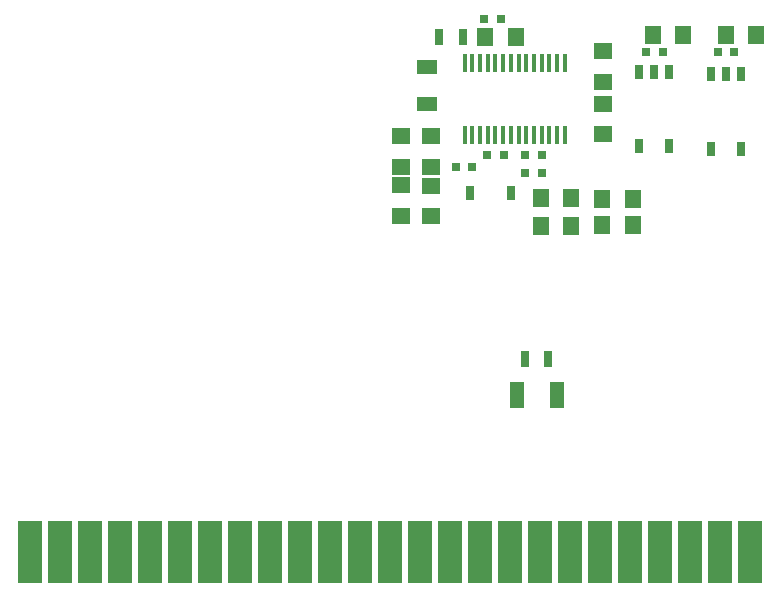
<source format=gbr>
%TF.GenerationSoftware,KiCad,Pcbnew,(5.1.10)-1*%
%TF.CreationDate,2022-07-02T10:42:47+09:00*%
%TF.ProjectId,DriveUnit_B-series(ver1.0),44726976-6555-46e6-9974-5f422d736572,rev?*%
%TF.SameCoordinates,Original*%
%TF.FileFunction,Paste,Bot*%
%TF.FilePolarity,Positive*%
%FSLAX46Y46*%
G04 Gerber Fmt 4.6, Leading zero omitted, Abs format (unit mm)*
G04 Created by KiCad (PCBNEW (5.1.10)-1) date 2022-07-02 10:42:47*
%MOMM*%
%LPD*%
G01*
G04 APERTURE LIST*
%ADD10R,0.450000X1.650000*%
%ADD11R,1.650000X1.400000*%
%ADD12R,1.400000X1.650000*%
%ADD13R,0.780000X1.220000*%
%ADD14R,0.800000X1.200000*%
%ADD15R,0.700000X0.800000*%
%ADD16R,1.700000X1.200000*%
%ADD17R,0.800000X1.400000*%
%ADD18R,1.200000X2.300000*%
%ADD19R,2.000000X5.300000*%
G04 APERTURE END LIST*
D10*
%TO.C,IC1*%
X163241100Y-84683600D03*
X162591100Y-84683600D03*
X161941100Y-84683600D03*
X161291100Y-84683600D03*
X160641100Y-84683600D03*
X159991100Y-84683600D03*
X159341100Y-84683600D03*
X158691100Y-84683600D03*
X158041100Y-84683600D03*
X157391100Y-84683600D03*
X156741100Y-84683600D03*
X156091100Y-84683600D03*
X155441100Y-84683600D03*
X154791100Y-84683600D03*
X154791100Y-90783600D03*
X155441100Y-90783600D03*
X156091100Y-90783600D03*
X156741100Y-90783600D03*
X157391100Y-90783600D03*
X158041100Y-90783600D03*
X158691100Y-90783600D03*
X159341100Y-90783600D03*
X159991100Y-90783600D03*
X160641100Y-90783600D03*
X161291100Y-90783600D03*
X161941100Y-90783600D03*
X163241100Y-90783600D03*
X162591100Y-90783600D03*
%TD*%
D11*
%TO.C,R15*%
X151941100Y-95103600D03*
X151941100Y-97703600D03*
%TD*%
%TO.C,R16*%
X149371100Y-95043600D03*
X149371100Y-97643600D03*
%TD*%
D12*
%TO.C,R18*%
X161211100Y-98483600D03*
X163811100Y-98483600D03*
%TD*%
%TO.C,R19*%
X166451100Y-98413600D03*
X169051100Y-98413600D03*
%TD*%
%TO.C,R1*%
X176891100Y-82303600D03*
X179491100Y-82303600D03*
%TD*%
%TO.C,R9*%
X170701100Y-82303600D03*
X173301100Y-82303600D03*
%TD*%
%TO.C,R10*%
X161211100Y-96173600D03*
X163811100Y-96173600D03*
%TD*%
%TO.C,R12*%
X166441100Y-96193600D03*
X169041100Y-96193600D03*
%TD*%
D11*
%TO.C,R20*%
X151951100Y-90883600D03*
X151951100Y-93483600D03*
%TD*%
%TO.C,R21*%
X149381100Y-90883600D03*
X149381100Y-93483600D03*
%TD*%
D12*
%TO.C,R13*%
X156541100Y-82503600D03*
X159141100Y-82503600D03*
%TD*%
D11*
%TO.C,R2*%
X166491100Y-90763600D03*
X166491100Y-88163600D03*
%TD*%
%TO.C,R14*%
X166491100Y-86283600D03*
X166491100Y-83683600D03*
%TD*%
D13*
%TO.C,D1*%
X158739840Y-95686880D03*
X155259840Y-95686880D03*
%TD*%
D14*
%TO.C,TLP1*%
X176891100Y-85653600D03*
X175621100Y-85653600D03*
X175621100Y-91953600D03*
X178161100Y-85653600D03*
X178161100Y-91953600D03*
%TD*%
%TO.C,TLP2*%
X170841100Y-85453600D03*
X169571100Y-85453600D03*
X169571100Y-91753600D03*
X172111100Y-85453600D03*
X172111100Y-91753600D03*
%TD*%
D15*
%TO.C,C1*%
X177591100Y-83783600D03*
X176191100Y-83783600D03*
%TD*%
%TO.C,C2*%
X171551100Y-83803600D03*
X170151100Y-83803600D03*
%TD*%
%TO.C,C3*%
X157831100Y-81003600D03*
X156431100Y-81003600D03*
%TD*%
%TO.C,C4*%
X159891100Y-94033600D03*
X161291100Y-94033600D03*
%TD*%
%TO.C,C5*%
X155431100Y-93503600D03*
X154031100Y-93503600D03*
%TD*%
%TO.C,C7*%
X161301100Y-92503600D03*
X159901100Y-92503600D03*
%TD*%
%TO.C,C8*%
X156671100Y-92503600D03*
X158071100Y-92503600D03*
%TD*%
D16*
%TO.C,C9*%
X151631100Y-85063600D03*
X151631100Y-88163600D03*
%TD*%
D17*
%TO.C,C6*%
X154651100Y-82503600D03*
X152651100Y-82503600D03*
%TD*%
%TO.C,C13*%
X161851100Y-109773600D03*
X159851100Y-109773600D03*
%TD*%
D18*
%TO.C,C12*%
X162601100Y-112793600D03*
X159201100Y-112793600D03*
%TD*%
D19*
%TO.C,EDGE1*%
X118021100Y-126153600D03*
X120561100Y-126153600D03*
X123101100Y-126153600D03*
X125641100Y-126153600D03*
X128181100Y-126153600D03*
X130721100Y-126153600D03*
X133261100Y-126153600D03*
X135801100Y-126153600D03*
X138341100Y-126153600D03*
X140881100Y-126153600D03*
X143421100Y-126153600D03*
X145961100Y-126153600D03*
X148501100Y-126153600D03*
X151041100Y-126153600D03*
X153581100Y-126153600D03*
X156121100Y-126153600D03*
X158661100Y-126153600D03*
X161201100Y-126153600D03*
X163741100Y-126153600D03*
X166281100Y-126153600D03*
X168821100Y-126153600D03*
X171361100Y-126153600D03*
X173901100Y-126153600D03*
X176441100Y-126153600D03*
X178981100Y-126153600D03*
%TD*%
M02*

</source>
